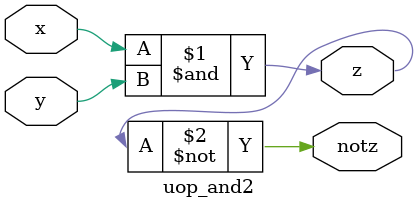
<source format=sv>


// Outputs are declared before inputs by convention
module uop_and2 (output wire z, notz, input wire x,y);

//Wire assignment
assign z = x & y;	//Operators based on C
assign notz = ~z;

// Later we see the preferred always_comb and always_ff
endmodule



</source>
